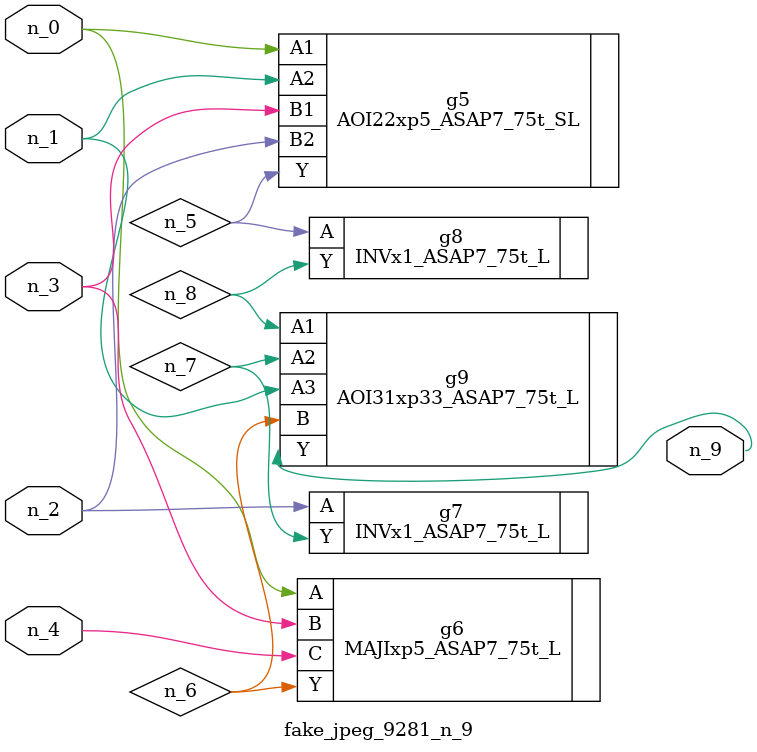
<source format=v>
module fake_jpeg_9281_n_9 (n_3, n_2, n_1, n_0, n_4, n_9);

input n_3;
input n_2;
input n_1;
input n_0;
input n_4;

output n_9;

wire n_8;
wire n_6;
wire n_5;
wire n_7;

AOI22xp5_ASAP7_75t_SL g5 ( 
.A1(n_0),
.A2(n_1),
.B1(n_3),
.B2(n_2),
.Y(n_5)
);

MAJIxp5_ASAP7_75t_L g6 ( 
.A(n_0),
.B(n_3),
.C(n_4),
.Y(n_6)
);

INVx1_ASAP7_75t_L g7 ( 
.A(n_2),
.Y(n_7)
);

INVx1_ASAP7_75t_L g8 ( 
.A(n_5),
.Y(n_8)
);

AOI31xp33_ASAP7_75t_L g9 ( 
.A1(n_8),
.A2(n_7),
.A3(n_1),
.B(n_6),
.Y(n_9)
);


endmodule
</source>
